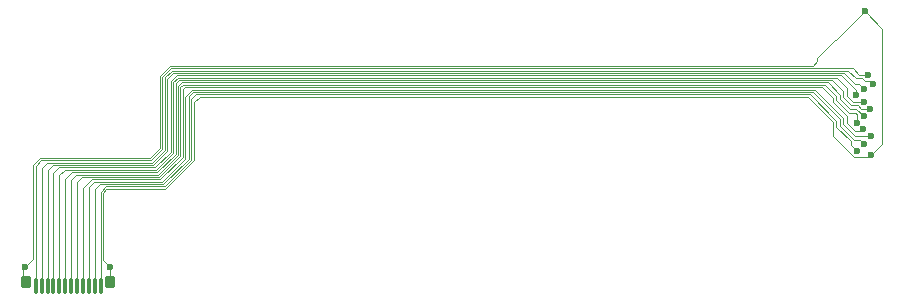
<source format=gbl>
G04 #@! TF.GenerationSoftware,KiCad,Pcbnew,9.0.1*
G04 #@! TF.CreationDate,2025-05-16T11:50:47+02:00*
G04 #@! TF.ProjectId,long flex with bend,6c6f6e67-2066-46c6-9578-207769746820,rev?*
G04 #@! TF.SameCoordinates,Original*
G04 #@! TF.FileFunction,Copper,L2,Bot*
G04 #@! TF.FilePolarity,Positive*
%FSLAX46Y46*%
G04 Gerber Fmt 4.6, Leading zero omitted, Abs format (unit mm)*
G04 Created by KiCad (PCBNEW 9.0.1) date 2025-05-16 11:50:47*
%MOMM*%
%LPD*%
G01*
G04 APERTURE LIST*
G04 Aperture macros list*
%AMRoundRect*
0 Rectangle with rounded corners*
0 $1 Rounding radius*
0 $2 $3 $4 $5 $6 $7 $8 $9 X,Y pos of 4 corners*
0 Add a 4 corners polygon primitive as box body*
4,1,4,$2,$3,$4,$5,$6,$7,$8,$9,$2,$3,0*
0 Add four circle primitives for the rounded corners*
1,1,$1+$1,$2,$3*
1,1,$1+$1,$4,$5*
1,1,$1+$1,$6,$7*
1,1,$1+$1,$8,$9*
0 Add four rect primitives between the rounded corners*
20,1,$1+$1,$2,$3,$4,$5,0*
20,1,$1+$1,$4,$5,$6,$7,0*
20,1,$1+$1,$6,$7,$8,$9,0*
20,1,$1+$1,$8,$9,$2,$3,0*%
G04 Aperture macros list end*
G04 #@! TA.AperFunction,Conductor*
%ADD10C,0.100000*%
G04 #@! TD*
G04 #@! TA.AperFunction,SMDPad,CuDef*
%ADD11RoundRect,0.050000X-0.115000X-0.625000X0.115000X-0.625000X0.115000X0.625000X-0.115000X0.625000X0*%
G04 #@! TD*
G04 #@! TA.AperFunction,SMDPad,CuDef*
%ADD12RoundRect,0.120000X0.280000X0.415000X-0.280000X0.415000X-0.280000X-0.415000X0.280000X-0.415000X0*%
G04 #@! TD*
G04 #@! TA.AperFunction,SMDPad,CuDef*
%ADD13RoundRect,0.120000X-0.280000X-0.415000X0.280000X-0.415000X0.280000X0.415000X-0.280000X0.415000X0*%
G04 #@! TD*
G04 #@! TA.AperFunction,ViaPad*
%ADD14C,0.600000*%
G04 #@! TD*
G04 APERTURE END LIST*
D10*
X131500000Y-94800000D02*
X131500000Y-93600000D01*
D11*
X132560400Y-95227800D03*
X133060400Y-95227800D03*
X133560400Y-95227800D03*
X134060400Y-95227800D03*
X134560400Y-95227800D03*
X135060400Y-95227800D03*
X135560400Y-95227800D03*
X136060400Y-95227800D03*
X136560400Y-95227800D03*
X137060400Y-95227800D03*
X137560400Y-95227800D03*
X138060400Y-95227800D03*
D12*
X131760400Y-94917800D03*
D13*
X138860400Y-94917800D03*
D14*
X202092933Y-83803550D03*
X203250000Y-82550000D03*
X202721591Y-78578409D03*
X202692955Y-80852210D03*
X202650000Y-79650000D03*
X203472809Y-78153983D03*
X202643913Y-81976786D03*
X202718035Y-83200000D03*
X203198603Y-80232271D03*
X202042395Y-79035423D03*
X202750000Y-71950000D03*
X138825000Y-93600000D03*
X203288068Y-84187018D03*
X131675000Y-93600000D03*
X202061091Y-81438909D03*
X203037000Y-77350000D03*
D10*
X146488000Y-79212000D02*
X189500000Y-79212000D01*
X201551000Y-82985084D02*
X201551000Y-83261617D01*
X200348288Y-81782372D02*
X201551000Y-82985084D01*
X200348288Y-81228034D02*
X200348288Y-81782372D01*
X145701000Y-79399000D02*
X146089000Y-79011000D01*
X146089000Y-79011000D02*
X198131254Y-79011000D01*
X145701000Y-84599000D02*
X145701000Y-79399000D01*
X201551000Y-83261617D02*
X202092933Y-83803550D01*
X138500000Y-86811000D02*
X143489000Y-86811000D01*
X198131254Y-79011000D02*
X200348288Y-81228034D01*
X138060400Y-87250600D02*
X138500000Y-86811000D01*
X138060400Y-95227800D02*
X138060400Y-87250600D01*
X143489000Y-86811000D02*
X145701000Y-84599000D01*
X202369035Y-82851000D02*
X202718035Y-83200000D01*
X201842594Y-82851000D02*
X202369035Y-82851000D01*
X200649288Y-81657694D02*
X201842594Y-82851000D01*
X200649288Y-81103356D02*
X200649288Y-81657694D01*
X145880257Y-78810000D02*
X198355932Y-78810000D01*
X198355932Y-78810000D02*
X200649288Y-81103356D01*
X145500000Y-79190257D02*
X145880257Y-78810000D01*
X143374257Y-86610000D02*
X145500000Y-84484256D01*
X138000000Y-86610000D02*
X143374257Y-86610000D01*
X137560400Y-87049600D02*
X138000000Y-86610000D01*
X137560400Y-95227800D02*
X137560400Y-87049600D01*
X145500000Y-84484256D02*
X145500000Y-79190257D01*
X145797001Y-78609000D02*
X188500000Y-78609000D01*
X137500000Y-86409000D02*
X143291000Y-86409000D01*
X137060400Y-86848600D02*
X137500000Y-86409000D01*
X137060400Y-95227800D02*
X137060400Y-86848600D01*
X188500000Y-78609000D02*
X198580610Y-78609000D01*
X143291000Y-86409000D02*
X145206003Y-84493997D01*
X145206003Y-84493997D02*
X145206001Y-79200000D01*
X145206001Y-79200000D02*
X145797001Y-78609000D01*
X202543913Y-82076786D02*
X202643913Y-81976786D01*
X201919736Y-82076786D02*
X202543913Y-82076786D01*
X201271475Y-80854000D02*
X201271475Y-81428525D01*
X201251288Y-80854000D02*
X201271475Y-80854000D01*
X200046000Y-79297356D02*
X200046000Y-79648712D01*
X145005002Y-84316282D02*
X145005001Y-78600000D01*
X137292000Y-86208000D02*
X143113285Y-86208000D01*
X199156644Y-78408000D02*
X200046000Y-79297356D01*
X136560400Y-86939600D02*
X137292000Y-86208000D01*
X143113285Y-86208000D02*
X145005002Y-84316282D01*
X145197001Y-78408000D02*
X199156644Y-78408000D01*
X200046000Y-79648712D02*
X201251288Y-80854000D01*
X136560400Y-95227800D02*
X136560400Y-86939600D01*
X145005001Y-78600000D02*
X145197001Y-78408000D01*
X201271475Y-81428525D02*
X201919736Y-82076786D01*
X202061091Y-80691679D02*
X202061091Y-81438909D01*
X201922412Y-80553000D02*
X202061091Y-80691679D01*
X201375966Y-80553000D02*
X201922412Y-80553000D01*
X200347000Y-79524034D02*
X201375966Y-80553000D01*
X200347000Y-79172678D02*
X200347000Y-79524034D01*
X199381322Y-78207000D02*
X200347000Y-79172678D01*
X144804001Y-78430255D02*
X145027256Y-78207000D01*
X144804001Y-84233026D02*
X144804001Y-78430255D01*
X136060400Y-86446600D02*
X136500000Y-86007000D01*
X136500000Y-86007000D02*
X143030028Y-86007000D01*
X143030028Y-86007000D02*
X144804001Y-84233026D01*
X145027256Y-78207000D02*
X199381322Y-78207000D01*
X136060400Y-95227800D02*
X136060400Y-86446600D01*
X202047090Y-80252000D02*
X202647300Y-80852210D01*
X201500644Y-80252000D02*
X202047090Y-80252000D01*
X200648000Y-79399356D02*
X201500644Y-80252000D01*
X200648000Y-79048000D02*
X200648000Y-79399356D01*
X144944000Y-78006000D02*
X199606000Y-78006000D01*
X144603001Y-84149769D02*
X144603001Y-78346999D01*
X144603001Y-78346999D02*
X144944000Y-78006000D01*
X142946771Y-85806000D02*
X144603001Y-84149769D01*
X135994000Y-85806000D02*
X142946771Y-85806000D01*
X199606000Y-78006000D02*
X200648000Y-79048000D01*
X135560400Y-86239600D02*
X135994000Y-85806000D01*
X135560400Y-95227800D02*
X135560400Y-86239600D01*
X202647300Y-80852210D02*
X202692955Y-80852210D01*
X202453039Y-80232271D02*
X203198603Y-80232271D01*
X202171768Y-79951000D02*
X202453039Y-80232271D01*
X201625322Y-79951000D02*
X202171768Y-79951000D01*
X200949000Y-79274678D02*
X201625322Y-79951000D01*
X200949000Y-78749000D02*
X200949000Y-79274678D01*
X144402001Y-78083255D02*
X144680256Y-77805000D01*
X144680256Y-77805000D02*
X200005000Y-77805000D01*
X144402001Y-84066512D02*
X144402001Y-78083255D01*
X135595000Y-85605000D02*
X142863514Y-85605000D01*
X135060400Y-86139600D02*
X135595000Y-85605000D01*
X142863514Y-85605000D02*
X144402001Y-84066512D01*
X135060400Y-95227800D02*
X135060400Y-86139600D01*
X200005000Y-77805000D02*
X200949000Y-78749000D01*
X201750000Y-79650000D02*
X202650000Y-79650000D01*
X201250000Y-79150000D02*
X201750000Y-79650000D01*
X144597000Y-77604000D02*
X200400000Y-77604000D01*
X200400000Y-77604000D02*
X201250000Y-78454000D01*
X201250000Y-78454000D02*
X201250000Y-79150000D01*
X144201000Y-83983256D02*
X144201000Y-78000000D01*
X142780257Y-85404000D02*
X144201000Y-83983256D01*
X134560400Y-85843600D02*
X135000000Y-85404000D01*
X135000000Y-85404000D02*
X142780257Y-85404000D01*
X134560400Y-95227800D02*
X134560400Y-85843600D01*
X144201000Y-78000000D02*
X144597000Y-77604000D01*
X202042395Y-78668073D02*
X202042395Y-79035423D01*
X144497000Y-77403000D02*
X200777322Y-77403000D01*
X200777322Y-77403000D02*
X202042395Y-78668073D01*
X144000000Y-83900000D02*
X144000000Y-77900000D01*
X142697000Y-85203000D02*
X144000000Y-83900000D01*
X134060400Y-85642600D02*
X134500000Y-85203000D01*
X144000000Y-77900000D02*
X144497000Y-77403000D01*
X134060400Y-95227800D02*
X134060400Y-85642600D01*
X134500000Y-85203000D02*
X142697000Y-85203000D01*
X202250000Y-78106817D02*
X202721591Y-78578409D01*
X202245707Y-78111110D02*
X202250000Y-78106817D01*
X201911110Y-78111110D02*
X202245707Y-78111110D01*
X143701000Y-77699000D02*
X144198000Y-77202000D01*
X143701000Y-83767512D02*
X143701000Y-77699000D01*
X142466512Y-85002000D02*
X143701000Y-83767512D01*
X144198000Y-77202000D02*
X201002000Y-77202000D01*
X134000000Y-85002000D02*
X142466512Y-85002000D01*
X133560400Y-85441600D02*
X134000000Y-85002000D01*
X201002000Y-77202000D02*
X201911110Y-78111110D01*
X133560400Y-95227800D02*
X133560400Y-85441600D01*
X203219826Y-77901000D02*
X203472809Y-78153983D01*
X202808768Y-77901000D02*
X203219826Y-77901000D01*
X202558768Y-77651000D02*
X202808768Y-77901000D01*
X202025322Y-77651000D02*
X202558768Y-77651000D01*
X143500000Y-83684256D02*
X143500000Y-77584256D01*
X144083256Y-77001000D02*
X201375322Y-77001000D01*
X201375322Y-77001000D02*
X202025322Y-77651000D01*
X142383256Y-84801000D02*
X143500000Y-83684256D01*
X133500000Y-84801000D02*
X142383256Y-84801000D01*
X143500000Y-77584256D02*
X144083256Y-77001000D01*
X133060400Y-85240600D02*
X133500000Y-84801000D01*
X133060400Y-95227800D02*
X133060400Y-85240600D01*
X200300000Y-74400000D02*
X202750000Y-71950000D01*
X200250000Y-74400000D02*
X200300000Y-74400000D01*
X198750000Y-75900000D02*
X200250000Y-74400000D01*
X198750000Y-76200000D02*
X198750000Y-75900000D01*
X198353734Y-76596266D02*
X198750000Y-76200000D01*
X143919477Y-76596266D02*
X198353734Y-76596266D01*
X143049000Y-77466744D02*
X143919477Y-76596266D01*
X132359400Y-84956343D02*
X132916744Y-84399000D01*
X132916744Y-84399000D02*
X142216744Y-84399000D01*
X142216744Y-84399000D02*
X143049000Y-83566744D01*
X132359400Y-92915600D02*
X132359400Y-84956343D01*
X131675000Y-93600000D02*
X132359400Y-92915600D01*
X143049000Y-83566744D02*
X143049000Y-77466744D01*
X202305468Y-77350000D02*
X203037000Y-77350000D01*
X201755468Y-76800000D02*
X202305468Y-77350000D01*
X144000000Y-76800000D02*
X201755468Y-76800000D01*
X143250000Y-83650000D02*
X143250000Y-77550000D01*
X132560400Y-85039600D02*
X133000000Y-84600000D01*
X132560400Y-95227800D02*
X132560400Y-85039600D01*
X133000000Y-84600000D02*
X142300000Y-84600000D01*
X143250000Y-77550000D02*
X144000000Y-76800000D01*
X142300000Y-84600000D02*
X143250000Y-83650000D01*
X200950288Y-80978678D02*
X200950288Y-81533016D01*
X201967272Y-82550000D02*
X203250000Y-82550000D01*
X198580610Y-78609000D02*
X200950288Y-80978678D01*
X200950288Y-81533016D02*
X201967272Y-82550000D01*
X203198603Y-80232271D02*
X203066295Y-80364579D01*
X200047288Y-81352712D02*
X200047288Y-82537137D01*
X197906576Y-79212000D02*
X200047288Y-81352712D01*
X188738000Y-79212000D02*
X197906576Y-79212000D01*
X203120536Y-84354550D02*
X203288068Y-84187018D01*
X201864701Y-84354550D02*
X203120536Y-84354550D01*
X203288068Y-84187018D02*
X204250000Y-83225086D01*
X138547628Y-87047628D02*
X143536629Y-87047628D01*
X143536629Y-87047628D02*
X146000000Y-84584256D01*
X146000000Y-84584256D02*
X146000000Y-79700000D01*
X138825000Y-93600000D02*
X138261400Y-93036400D01*
X200047288Y-82537137D02*
X201864701Y-84354550D01*
X138825000Y-93600000D02*
X138825000Y-94663200D01*
X204250000Y-73450000D02*
X202750000Y-71950000D01*
X138261400Y-93036400D02*
X138261400Y-87333856D01*
X204250000Y-83225086D02*
X204250000Y-73450000D01*
X146000000Y-79700000D02*
X146488000Y-79212000D01*
X138825000Y-94663200D02*
X138560400Y-94927800D01*
X138261400Y-87333856D02*
X138547628Y-87047628D01*
X203037000Y-77350000D02*
X202988634Y-77398366D01*
M02*

</source>
